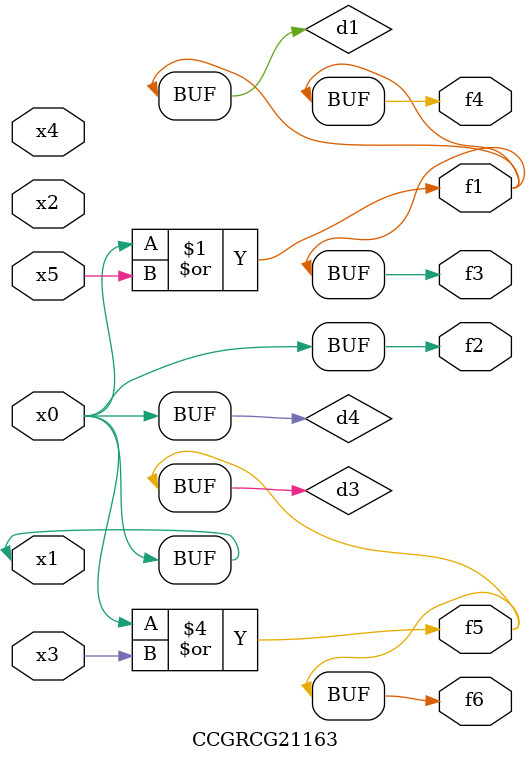
<source format=v>
module CCGRCG21163(
	input x0, x1, x2, x3, x4, x5,
	output f1, f2, f3, f4, f5, f6
);

	wire d1, d2, d3, d4;

	or (d1, x0, x5);
	xnor (d2, x1, x4);
	or (d3, x0, x3);
	buf (d4, x0, x1);
	assign f1 = d1;
	assign f2 = d4;
	assign f3 = d1;
	assign f4 = d1;
	assign f5 = d3;
	assign f6 = d3;
endmodule

</source>
